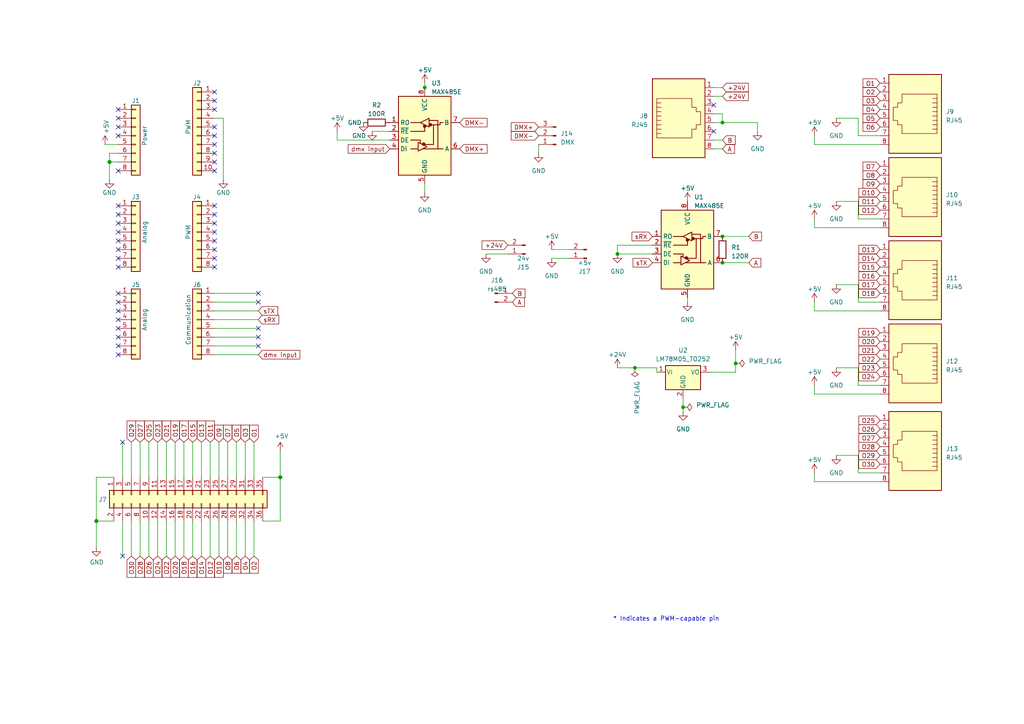
<source format=kicad_sch>
(kicad_sch (version 20230121) (generator eeschema)
  (paper "A4")
  (title_block (title "smartglass controller Arduino Mega shield") (date "mar. 31 mars 2015"))
  (lib_symbols
    (symbol "Connector:Conn_01x02_Pin" (pin_names (offset 1.016) hide)
      (property "Reference" "J" (at 0 2.54 0))
      (property "Value" "Conn_01x02_Pin" (at 0 -5.08 0))
      (symbol "Conn_01x02_Pin_1_1"
        (polyline (pts (xy 1.27 -2.54) (xy 0.8636 -2.54)) (stroke (width 0.1524)))
        (polyline (pts (xy 1.27 0) (xy 0.8636 0)) (stroke (width 0.1524)))
        (rectangle (start 0.8636 -2.413) (end 0 -2.667) (stroke (width 0.1524)) (fill (type outline)))
        (rectangle (start 0.8636 0.127) (end 0 -0.127) (stroke (width 0.1524)) (fill (type outline)))
        (pin passive line (at 5.08 0 180) (length 3.81) (name "Pin_1") (number "1"))
        (pin passive line (at 5.08 -2.54 180) (length 3.81) (name "Pin_2") (number "2"))
      )
    )
    (symbol "Connector:Conn_01x03_Pin" (pin_names (offset 1.016) hide)
      (property "Reference" "J" (at 0 5.08 0))
      (property "Value" "Conn_01x03_Pin" (at 0 -5.08 0))
      (symbol "Conn_01x03_Pin_1_1"
        (polyline (pts (xy 1.27 -2.54) (xy 0.8636 -2.54)) (stroke (width 0.1524)))
        (polyline (pts (xy 1.27 0) (xy 0.8636 0)) (stroke (width 0.1524)))
        (polyline (pts (xy 1.27 2.54) (xy 0.8636 2.54)) (stroke (width 0.1524)))
        (rectangle (start 0.8636 -2.413) (end 0 -2.667) (stroke (width 0.1524)) (fill (type outline)))
        (rectangle (start 0.8636 0.127) (end 0 -0.127) (stroke (width 0.1524)) (fill (type outline)))
        (rectangle (start 0.8636 2.667) (end 0 2.413) (stroke (width 0.1524)) (fill (type outline)))
        (pin passive line (at 5.08 2.54 180) (length 3.81) (name "Pin_1") (number "1"))
        (pin passive line (at 5.08 0 180) (length 3.81) (name "Pin_2") (number "2"))
        (pin passive line (at 5.08 -2.54 180) (length 3.81) (name "Pin_3") (number "3"))
      )
    )
    (symbol "Connector:RJ45" (pin_names (offset 1.016))
      (property "Reference" "J" (at -5.08 13.97 0))
      (property "Value" "RJ45" (at 2.54 13.97 0))
      (symbol "RJ45_0_1"
        (polyline (pts (xy -5.08 4.445) (xy -6.35 4.445)))
        (polyline (pts (xy -5.08 5.715) (xy -6.35 5.715)))
        (polyline (pts (xy -6.35 -3.175) (xy -5.08 -3.175) (xy -5.08 -3.175)))
        (polyline (pts (xy -6.35 -1.905) (xy -5.08 -1.905) (xy -5.08 -1.905)))
        (polyline (pts (xy -6.35 -0.635) (xy -5.08 -0.635) (xy -5.08 -0.635)))
        (polyline (pts (xy -6.35 0.635) (xy -5.08 0.635) (xy -5.08 0.635)))
        (polyline (pts (xy -6.35 1.905) (xy -5.08 1.905) (xy -5.08 1.905)))
        (polyline (pts (xy -5.08 3.175) (xy -6.35 3.175) (xy -6.35 3.175)))
        (polyline (pts (xy -6.35 -4.445) (xy -6.35 6.985) (xy 3.81 6.985) (xy 3.81 4.445) (xy 5.08 4.445) (xy 5.08 3.175) (xy 6.35 3.175) (xy 6.35 -0.635) (xy 5.08 -0.635) (xy 5.08 -1.905) (xy 3.81 -1.905) (xy 3.81 -4.445) (xy -6.35 -4.445) (xy -6.35 -4.445)))
        (rectangle (start 7.62 12.7) (end -7.62 -10.16) (stroke (width 0.254)) (fill (type background)))
      )
      (symbol "RJ45_1_1"
        (pin passive line (at 10.16 -7.62 180) (length 2.54) (name "~") (number "1"))
        (pin passive line (at 10.16 -5.08 180) (length 2.54) (name "~") (number "2"))
        (pin passive line (at 10.16 -2.54 180) (length 2.54) (name "~") (number "3"))
        (pin passive line (at 10.16 0 180) (length 2.54) (name "~") (number "4"))
        (pin passive line (at 10.16 2.54 180) (length 2.54) (name "~") (number "5"))
        (pin passive line (at 10.16 5.08 180) (length 2.54) (name "~") (number "6"))
        (pin passive line (at 10.16 7.62 180) (length 2.54) (name "~") (number "7"))
        (pin passive line (at 10.16 10.16 180) (length 2.54) (name "~") (number "8"))
      )
    )
    (symbol "Connector_Generic:Conn_01x08" (pin_names (offset 1.016) hide)
      (property "Reference" "J" (at 0 10.16 0))
      (property "Value" "Conn_01x08" (at 0 -12.7 0))
      (symbol "Conn_01x08_1_1"
        (rectangle (start -1.27 -10.033) (end 0 -10.287) (stroke (width 0.1524)))
        (rectangle (start -1.27 -7.493) (end 0 -7.747) (stroke (width 0.1524)))
        (rectangle (start -1.27 -4.953) (end 0 -5.207) (stroke (width 0.1524)))
        (rectangle (start -1.27 -2.413) (end 0 -2.667) (stroke (width 0.1524)))
        (rectangle (start -1.27 0.127) (end 0 -0.127) (stroke (width 0.1524)))
        (rectangle (start -1.27 2.667) (end 0 2.413) (stroke (width 0.1524)))
        (rectangle (start -1.27 5.207) (end 0 4.953) (stroke (width 0.1524)))
        (rectangle (start -1.27 7.747) (end 0 7.493) (stroke (width 0.1524)))
        (rectangle (start -1.27 8.89) (end 1.27 -11.43) (stroke (width 0.254)) (fill (type background)))
        (pin passive line (at -5.08 7.62 0) (length 3.81) (name "Pin_1") (number "1"))
        (pin passive line (at -5.08 5.08 0) (length 3.81) (name "Pin_2") (number "2"))
        (pin passive line (at -5.08 2.54 0) (length 3.81) (name "Pin_3") (number "3"))
        (pin passive line (at -5.08 0 0) (length 3.81) (name "Pin_4") (number "4"))
        (pin passive line (at -5.08 -2.54 0) (length 3.81) (name "Pin_5") (number "5"))
        (pin passive line (at -5.08 -5.08 0) (length 3.81) (name "Pin_6") (number "6"))
        (pin passive line (at -5.08 -7.62 0) (length 3.81) (name "Pin_7") (number "7"))
        (pin passive line (at -5.08 -10.16 0) (length 3.81) (name "Pin_8") (number "8"))
      )
    )
    (symbol "Connector_Generic:Conn_01x10" (pin_names (offset 1.016) hide)
      (property "Reference" "J" (at 0 12.7 0))
      (property "Value" "Conn_01x10" (at 0 -15.24 0))
      (symbol "Conn_01x10_1_1"
        (rectangle (start -1.27 -12.573) (end 0 -12.827) (stroke (width 0.1524)))
        (rectangle (start -1.27 -10.033) (end 0 -10.287) (stroke (width 0.1524)))
        (rectangle (start -1.27 -7.493) (end 0 -7.747) (stroke (width 0.1524)))
        (rectangle (start -1.27 -4.953) (end 0 -5.207) (stroke (width 0.1524)))
        (rectangle (start -1.27 -2.413) (end 0 -2.667) (stroke (width 0.1524)))
        (rectangle (start -1.27 0.127) (end 0 -0.127) (stroke (width 0.1524)))
        (rectangle (start -1.27 2.667) (end 0 2.413) (stroke (width 0.1524)))
        (rectangle (start -1.27 5.207) (end 0 4.953) (stroke (width 0.1524)))
        (rectangle (start -1.27 7.747) (end 0 7.493) (stroke (width 0.1524)))
        (rectangle (start -1.27 10.287) (end 0 10.033) (stroke (width 0.1524)))
        (rectangle (start -1.27 11.43) (end 1.27 -13.97) (stroke (width 0.254)) (fill (type background)))
        (pin passive line (at -5.08 10.16 0) (length 3.81) (name "Pin_1") (number "1"))
        (pin passive line (at -5.08 -12.7 0) (length 3.81) (name "Pin_10") (number "10"))
        (pin passive line (at -5.08 7.62 0) (length 3.81) (name "Pin_2") (number "2"))
        (pin passive line (at -5.08 5.08 0) (length 3.81) (name "Pin_3") (number "3"))
        (pin passive line (at -5.08 2.54 0) (length 3.81) (name "Pin_4") (number "4"))
        (pin passive line (at -5.08 0 0) (length 3.81) (name "Pin_5") (number "5"))
        (pin passive line (at -5.08 -2.54 0) (length 3.81) (name "Pin_6") (number "6"))
        (pin passive line (at -5.08 -5.08 0) (length 3.81) (name "Pin_7") (number "7"))
        (pin passive line (at -5.08 -7.62 0) (length 3.81) (name "Pin_8") (number "8"))
        (pin passive line (at -5.08 -10.16 0) (length 3.81) (name "Pin_9") (number "9"))
      )
    )
    (symbol "Connector_Generic:Conn_02x18_Odd_Even" (pin_names (offset 1.016) hide)
      (property "Reference" "J" (at 1.27 22.86 0))
      (property "Value" "Conn_02x18_Odd_Even" (at 1.27 -25.4 0))
      (symbol "Conn_02x18_Odd_Even_1_1"
        (rectangle (start -1.27 -22.733) (end 0 -22.987) (stroke (width 0.1524)))
        (rectangle (start -1.27 -20.193) (end 0 -20.447) (stroke (width 0.1524)))
        (rectangle (start -1.27 -17.653) (end 0 -17.907) (stroke (width 0.1524)))
        (rectangle (start -1.27 -15.113) (end 0 -15.367) (stroke (width 0.1524)))
        (rectangle (start -1.27 -12.573) (end 0 -12.827) (stroke (width 0.1524)))
        (rectangle (start -1.27 -10.033) (end 0 -10.287) (stroke (width 0.1524)))
        (rectangle (start -1.27 -7.493) (end 0 -7.747) (stroke (width 0.1524)))
        (rectangle (start -1.27 -4.953) (end 0 -5.207) (stroke (width 0.1524)))
        (rectangle (start -1.27 -2.413) (end 0 -2.667) (stroke (width 0.1524)))
        (rectangle (start -1.27 0.127) (end 0 -0.127) (stroke (width 0.1524)))
        (rectangle (start -1.27 2.667) (end 0 2.413) (stroke (width 0.1524)))
        (rectangle (start -1.27 5.207) (end 0 4.953) (stroke (width 0.1524)))
        (rectangle (start -1.27 7.747) (end 0 7.493) (stroke (width 0.1524)))
        (rectangle (start -1.27 10.287) (end 0 10.033) (stroke (width 0.1524)))
        (rectangle (start -1.27 12.827) (end 0 12.573) (stroke (width 0.1524)))
        (rectangle (start -1.27 15.367) (end 0 15.113) (stroke (width 0.1524)))
        (rectangle (start -1.27 17.907) (end 0 17.653) (stroke (width 0.1524)))
        (rectangle (start -1.27 20.447) (end 0 20.193) (stroke (width 0.1524)))
        (rectangle (start -1.27 21.59) (end 3.81 -24.13) (stroke (width 0.254)) (fill (type background)))
        (rectangle (start 3.81 -22.733) (end 2.54 -22.987) (stroke (width 0.1524)))
        (rectangle (start 3.81 -20.193) (end 2.54 -20.447) (stroke (width 0.1524)))
        (rectangle (start 3.81 -17.653) (end 2.54 -17.907) (stroke (width 0.1524)))
        (rectangle (start 3.81 -15.113) (end 2.54 -15.367) (stroke (width 0.1524)))
        (rectangle (start 3.81 -12.573) (end 2.54 -12.827) (stroke (width 0.1524)))
        (rectangle (start 3.81 -10.033) (end 2.54 -10.287) (stroke (width 0.1524)))
        (rectangle (start 3.81 -7.493) (end 2.54 -7.747) (stroke (width 0.1524)))
        (rectangle (start 3.81 -4.953) (end 2.54 -5.207) (stroke (width 0.1524)))
        (rectangle (start 3.81 -2.413) (end 2.54 -2.667) (stroke (width 0.1524)))
        (rectangle (start 3.81 0.127) (end 2.54 -0.127) (stroke (width 0.1524)))
        (rectangle (start 3.81 2.667) (end 2.54 2.413) (stroke (width 0.1524)))
        (rectangle (start 3.81 5.207) (end 2.54 4.953) (stroke (width 0.1524)))
        (rectangle (start 3.81 7.747) (end 2.54 7.493) (stroke (width 0.1524)))
        (rectangle (start 3.81 10.287) (end 2.54 10.033) (stroke (width 0.1524)))
        (rectangle (start 3.81 12.827) (end 2.54 12.573) (stroke (width 0.1524)))
        (rectangle (start 3.81 15.367) (end 2.54 15.113) (stroke (width 0.1524)))
        (rectangle (start 3.81 17.907) (end 2.54 17.653) (stroke (width 0.1524)))
        (rectangle (start 3.81 20.447) (end 2.54 20.193) (stroke (width 0.1524)))
        (pin passive line (at -5.08 20.32 0) (length 3.81) (name "Pin_1") (number "1"))
        (pin passive line (at 7.62 10.16 180) (length 3.81) (name "Pin_10") (number "10"))
        (pin passive line (at -5.08 7.62 0) (length 3.81) (name "Pin_11") (number "11"))
        (pin passive line (at 7.62 7.62 180) (length 3.81) (name "Pin_12") (number "12"))
        (pin passive line (at -5.08 5.08 0) (length 3.81) (name "Pin_13") (number "13"))
        (pin passive line (at 7.62 5.08 180) (length 3.81) (name "Pin_14") (number "14"))
        (pin passive line (at -5.08 2.54 0) (length 3.81) (name "Pin_15") (number "15"))
        (pin passive line (at 7.62 2.54 180) (length 3.81) (name "Pin_16") (number "16"))
        (pin passive line (at -5.08 0 0) (length 3.81) (name "Pin_17") (number "17"))
        (pin passive line (at 7.62 0 180) (length 3.81) (name "Pin_18") (number "18"))
        (pin passive line (at -5.08 -2.54 0) (length 3.81) (name "Pin_19") (number "19"))
        (pin passive line (at 7.62 20.32 180) (length 3.81) (name "Pin_2") (number "2"))
        (pin passive line (at 7.62 -2.54 180) (length 3.81) (name "Pin_20") (number "20"))
        (pin passive line (at -5.08 -5.08 0) (length 3.81) (name "Pin_21") (number "21"))
        (pin passive line (at 7.62 -5.08 180) (length 3.81) (name "Pin_22") (number "22"))
        (pin passive line (at -5.08 -7.62 0) (length 3.81) (name "Pin_23") (number "23"))
        (pin passive line (at 7.62 -7.62 180) (length 3.81) (name "Pin_24") (number "24"))
        (pin passive line (at -5.08 -10.16 0) (length 3.81) (name "Pin_25") (number "25"))
        (pin passive line (at 7.62 -10.16 180) (length 3.81) (name "Pin_26") (number "26"))
        (pin passive line (at -5.08 -12.7 0) (length 3.81) (name "Pin_27") (number "27"))
        (pin passive line (at 7.62 -12.7 180) (length 3.81) (name "Pin_28") (number "28"))
        (pin passive line (at -5.08 -15.24 0) (length 3.81) (name "Pin_29") (number "29"))
        (pin passive line (at -5.08 17.78 0) (length 3.81) (name "Pin_3") (number "3"))
        (pin passive line (at 7.62 -15.24 180) (length 3.81) (name "Pin_30") (number "30"))
        (pin passive line (at -5.08 -17.78 0) (length 3.81) (name "Pin_31") (number "31"))
        (pin passive line (at 7.62 -17.78 180) (length 3.81) (name "Pin_32") (number "32"))
        (pin passive line (at -5.08 -20.32 0) (length 3.81) (name "Pin_33") (number "33"))
        (pin passive line (at 7.62 -20.32 180) (length 3.81) (name "Pin_34") (number "34"))
        (pin passive line (at -5.08 -22.86 0) (length 3.81) (name "Pin_35") (number "35"))
        (pin passive line (at 7.62 -22.86 180) (length 3.81) (name "Pin_36") (number "36"))
        (pin passive line (at 7.62 17.78 180) (length 3.81) (name "Pin_4") (number "4"))
        (pin passive line (at -5.08 15.24 0) (length 3.81) (name "Pin_5") (number "5"))
        (pin passive line (at 7.62 15.24 180) (length 3.81) (name "Pin_6") (number "6"))
        (pin passive line (at -5.08 12.7 0) (length 3.81) (name "Pin_7") (number "7"))
        (pin passive line (at 7.62 12.7 180) (length 3.81) (name "Pin_8") (number "8"))
        (pin passive line (at -5.08 10.16 0) (length 3.81) (name "Pin_9") (number "9"))
      )
    )
    (symbol "Device:R" (pin_numbers hide) (pin_names (offset 0))
      (property "Reference" "R" (at 2.032 0 90))
      (property "Value" "R" (at 0 0 90))
      (symbol "R_0_1"
        (rectangle (start -1.016 -2.54) (end 1.016 2.54) (stroke (width 0.254)))
      )
      (symbol "R_1_1"
        (pin passive line (at 0 3.81 270) (length 1.27) (name "~") (number "1"))
        (pin passive line (at 0 -3.81 90) (length 1.27) (name "~") (number "2"))
      )
    )
    (symbol "Interface_UART:MAX485E"
      (property "Reference" "U" (at -6.096 11.43 0))
      (property "Value" "MAX485E" (at 0.762 11.43 0))
      (symbol "MAX485E_0_1"
        (rectangle (start -7.62 10.16) (end 7.62 -12.7) (stroke (width 0.254)) (fill (type background)))
        (circle (center -0.3048 -3.683) (radius 0.3556) (stroke (width 0.254)) (fill (type outline)))
        (circle (center -0.0254 1.4986) (radius 0.3556) (stroke (width 0.254)) (fill (type outline)))
        (polyline (pts (xy -4.064 -5.08) (xy -1.905 -5.08)) (stroke (width 0.254)))
        (polyline (pts (xy -4.064 2.54) (xy -1.27 2.54)) (stroke (width 0.254)))
        (polyline (pts (xy -1.27 -3.2004) (xy -1.27 -3.4544)) (stroke (width 0.254)))
        (polyline (pts (xy -0.635 -5.08) (xy 5.334 -5.08)) (stroke (width 0.254)))
        (polyline (pts (xy -4.064 -2.54) (xy -1.27 -2.54) (xy -1.27 -3.175)) (stroke (width 0.254)))
        (polyline (pts (xy 0 1.27) (xy 0 0) (xy -4.064 0)) (stroke (width 0.254)))
        (polyline (pts (xy 1.27 3.175) (xy 3.81 3.175) (xy 3.81 -5.08)) (stroke (width 0.254)))
        (polyline (pts (xy 2.54 1.905) (xy 2.54 -3.81) (xy 0 -3.81)) (stroke (width 0.254)))
        (polyline (pts (xy -1.905 -3.175) (xy -1.905 -5.715) (xy 0.635 -4.445) (xy -1.905 -3.175)) (stroke (width 0.254)))
        (polyline (pts (xy -1.27 2.54) (xy 1.27 3.81) (xy 1.27 1.27) (xy -1.27 2.54)) (stroke (width 0.254)))
        (polyline (pts (xy 1.905 1.905) (xy 4.445 1.905) (xy 4.445 2.54) (xy 5.334 2.54)) (stroke (width 0.254)))
        (rectangle (start 1.27 3.175) (end 1.27 3.175))
        (circle (center 1.651 1.905) (radius 0.3556) (stroke (width 0.254)) (fill (type outline)))
      )
      (symbol "MAX485E_1_1"
        (pin output line (at -10.16 2.54 0) (length 2.54) (name "RO") (number "1"))
        (pin input line (at -10.16 0 0) (length 2.54) (name "~{RE}") (number "2"))
        (pin input line (at -10.16 -2.54 0) (length 2.54) (name "DE") (number "3"))
        (pin input line (at -10.16 -5.08 0) (length 2.54) (name "DI") (number "4"))
        (pin power_in line (at 0 -15.24 90) (length 2.54) (name "GND") (number "5"))
        (pin bidirectional line (at 10.16 -5.08 180) (length 2.54) (name "A") (number "6"))
        (pin bidirectional line (at 10.16 2.54 180) (length 2.54) (name "B") (number "7"))
        (pin power_in line (at 0 12.7 270) (length 2.54) (name "VCC") (number "8"))
      )
    )
    (symbol "Regulator_Linear:LM78M05_TO252" (pin_names (offset 0.254))
      (property "Reference" "U" (at -3.81 3.175 0))
      (property "Value" "LM78M05_TO252" (at 0 3.175 0))
      (symbol "LM78M05_TO252_0_1"
        (rectangle (start -5.08 1.905) (end 5.08 -5.08) (stroke (width 0.254)) (fill (type background)))
      )
      (symbol "LM78M05_TO252_1_1"
        (pin power_in line (at -7.62 0 0) (length 2.54) (name "VI") (number "1"))
        (pin power_in line (at 0 -7.62 90) (length 2.54) (name "GND") (number "2"))
        (pin power_out line (at 7.62 0 180) (length 2.54) (name "VO") (number "3"))
      )
    )
    (symbol "power:+24V" (power) (pin_names (offset 0))
      (property "Value" "+24V" (at 0 3.556 0))
      (symbol "+24V_0_1"
        (polyline (pts (xy -0.762 1.27) (xy 0 2.54)))
        (polyline (pts (xy 0 0) (xy 0 2.54)))
        (polyline (pts (xy 0 2.54) (xy 0.762 1.27)))
      )
      (symbol "+24V_1_1"
        (pin power_in line (at 0 0 90) (length 0) hide (name "+24V") (number "1"))
      )
    )
    (symbol "power:+5V" (power) (pin_names (offset 0))
      (property "Value" "+5V" (at 0 3.556 0))
      (symbol "+5V_0_1"
        (polyline (pts (xy -0.762 1.27) (xy 0 2.54)))
        (polyline (pts (xy 0 0) (xy 0 2.54)))
        (polyline (pts (xy 0 2.54) (xy 0.762 1.27)))
      )
      (symbol "+5V_1_1"
        (pin power_in line (at 0 0 90) (length 0) hide (name "+5V") (number "1"))
      )
    )
    (symbol "power:GND" (power) (pin_names (offset 0))
      (property "Value" "GND" (at 0 -3.81 0))
      (symbol "GND_0_1"
        (polyline (pts (xy 0 0) (xy 0 -1.27) (xy 1.27 -1.27) (xy 0 -2.54) (xy -1.27 -1.27) (xy 0 -1.27)))
      )
      (symbol "GND_1_1"
        (pin power_in line (at 0 0 270) (length 0) hide (name "GND") (number "1"))
      )
    )
    (symbol "power:PWR_FLAG" (power) (pin_numbers hide) (pin_names (offset 0) hide)
      (property "Value" "PWR_FLAG" (at 0 3.81 0))
      (symbol "PWR_FLAG_0_0"
        (pin power_out line (at 0 0 90) (length 0) (name "pwr") (number "1"))
      )
      (symbol "PWR_FLAG_0_1"
        (polyline (pts (xy 0 0) (xy 0 1.27) (xy -1.016 1.905) (xy 0 2.54) (xy 1.016 1.905) (xy 0 1.27)))
      )
    )
  )
  (junction (at 209.55 76.2))
  (junction (at 27.94 151.13) (diameter 1.016))
  (junction (at 209.55 35.56))
  (junction (at 184.15 106.68))
  (junction (at 31.75 46.99) (diameter 1.016))
  (junction (at 179.07 73.66))
  (junction (at 209.55 68.58))
  (junction (at 213.36 105.41))
  (junction (at 198.12 118.11))
  (junction (at 123.19 25.4))
  (junction (at 81.28 138.43) (diameter 1.016))
  (no_connect (at 34.29 59.69))
  (no_connect (at 62.23 69.85))
  (no_connect (at 62.23 64.77))
  (no_connect (at 62.23 41.91))
  (no_connect (at 34.29 62.23))
  (no_connect (at 74.93 100.33))
  (no_connect (at 34.29 69.85))
  (no_connect (at 34.29 102.87))
  (no_connect (at 62.23 59.69))
  (no_connect (at 34.29 67.31))
  (no_connect (at 74.93 97.79))
  (no_connect (at 62.23 31.75))
  (no_connect (at 207.01 30.48))
  (no_connect (at 34.29 34.29))
  (no_connect (at 35.56 161.29))
  (no_connect (at 62.23 36.83))
  (no_connect (at 62.23 46.99))
  (no_connect (at 34.29 97.79))
  (no_connect (at 34.29 36.83))
  (no_connect (at 62.23 67.31))
  (no_connect (at 62.23 77.47))
  (no_connect (at 35.56 128.27))
  (no_connect (at 74.93 87.63))
  (no_connect (at 74.93 85.09))
  (no_connect (at 74.93 95.25))
  (no_connect (at 34.29 77.47))
  (no_connect (at 34.29 95.25))
  (no_connect (at 34.29 85.09))
  (no_connect (at 34.29 92.71))
  (no_connect (at 62.23 39.37))
  (no_connect (at 62.23 44.45))
  (no_connect (at 34.29 72.39))
  (no_connect (at 34.29 39.37))
  (no_connect (at 62.23 62.23))
  (no_connect (at 34.29 90.17))
  (no_connect (at 62.23 26.67))
  (no_connect (at 34.29 64.77))
  (no_connect (at 62.23 74.93))
  (no_connect (at 34.29 31.75))
  (no_connect (at 34.29 87.63))
  (no_connect (at 62.23 49.53))
  (no_connect (at 34.29 49.53))
  (no_connect (at 34.29 100.33))
  (no_connect (at 207.01 38.1))
  (no_connect (at 62.23 29.21))
  (no_connect (at 34.29 74.93))
  (no_connect (at 62.23 72.39))
  (wire (pts (xy 97.79 38.1) (xy 97.79 40.64)))
  (wire (pts (xy 248.92 111.76) (xy 255.27 111.76)))
  (wire (pts (xy 242.57 34.29) (xy 248.92 34.29)))
  (wire (pts (xy 50.8 128.27) (xy 50.8 138.43)))
  (wire (pts (xy 53.34 128.27) (xy 53.34 138.43)))
  (wire (pts (xy 248.92 82.55) (xy 248.92 87.63)))
  (wire (pts (xy 179.07 73.66) (xy 179.07 71.12)))
  (wire (pts (xy 81.28 138.43) (xy 81.28 151.13)))
  (wire (pts (xy 179.07 71.12) (xy 189.23 71.12)))
  (wire (pts (xy 33.02 138.43) (xy 27.94 138.43)))
  (wire (pts (xy 62.23 90.17) (xy 74.93 90.17)))
  (wire (pts (xy 31.75 44.45) (xy 31.75 46.99)))
  (wire (pts (xy 55.88 151.13) (xy 55.88 161.29)))
  (wire (pts (xy 236.22 114.3) (xy 255.27 114.3)))
  (wire (pts (xy 60.96 128.27) (xy 60.96 138.43)))
  (wire (pts (xy 179.07 106.68) (xy 184.15 106.68)))
  (wire (pts (xy 38.1 128.27) (xy 38.1 138.43)))
  (wire (pts (xy 73.66 128.27) (xy 73.66 138.43)))
  (wire (pts (xy 248.92 58.42) (xy 248.92 63.5)))
  (wire (pts (xy 31.75 46.99) (xy 31.75 52.07)))
  (wire (pts (xy 68.58 151.13) (xy 68.58 161.29)))
  (wire (pts (xy 236.22 63.5) (xy 236.22 66.04)))
  (wire (pts (xy 48.26 128.27) (xy 48.26 138.43)))
  (wire (pts (xy 184.15 106.68) (xy 190.5 106.68)))
  (wire (pts (xy 207.01 27.94) (xy 209.55 27.94)) (stroke (width 0.1524)))
  (wire (pts (xy 58.42 151.13) (xy 58.42 161.29)))
  (wire (pts (xy 213.36 107.95) (xy 205.74 107.95)))
  (wire (pts (xy 43.18 151.13) (xy 43.18 161.29)))
  (wire (pts (xy 66.04 151.13) (xy 66.04 161.29)))
  (wire (pts (xy 242.57 132.08) (xy 248.92 132.08)))
  (wire (pts (xy 189.23 73.66) (xy 179.07 73.66)))
  (wire (pts (xy 123.19 53.34) (xy 123.19 55.88)))
  (wire (pts (xy 236.22 39.37) (xy 236.22 41.91)))
  (wire (pts (xy 213.36 101.6) (xy 213.36 105.41)))
  (wire (pts (xy 236.22 87.63) (xy 236.22 90.17)))
  (wire (pts (xy 236.22 41.91) (xy 255.27 41.91)))
  (wire (pts (xy 248.92 132.08) (xy 248.92 137.16)))
  (wire (pts (xy 30.48 41.91) (xy 34.29 41.91)))
  (wire (pts (xy 62.23 97.79) (xy 74.93 97.79)))
  (wire (pts (xy 207.01 35.56) (xy 209.55 35.56)) (stroke (width 0.1524)))
  (wire (pts (xy 58.42 128.27) (xy 58.42 138.43)))
  (wire (pts (xy 242.57 58.42) (xy 248.92 58.42)))
  (wire (pts (xy 209.55 68.58) (xy 217.17 68.58)))
  (wire (pts (xy 27.94 138.43) (xy 27.94 151.13)))
  (wire (pts (xy 248.92 34.29) (xy 248.92 39.37)))
  (wire (pts (xy 43.18 128.27) (xy 43.18 138.43)))
  (wire (pts (xy 33.02 151.13) (xy 27.94 151.13)))
  (wire (pts (xy 66.04 128.27) (xy 66.04 138.43)))
  (wire (pts (xy 219.71 35.56) (xy 219.71 38.1)) (stroke (width 0.1524)))
  (wire (pts (xy 63.5 128.27) (xy 63.5 138.43)))
  (wire (pts (xy 45.72 151.13) (xy 45.72 161.29)))
  (wire (pts (xy 63.5 151.13) (xy 63.5 161.29)))
  (wire (pts (xy 40.64 151.13) (xy 40.64 161.29)))
  (wire (pts (xy 71.12 128.27) (xy 71.12 138.43)))
  (wire (pts (xy 213.36 105.41) (xy 213.36 107.95)))
  (wire (pts (xy 242.57 106.68) (xy 248.92 106.68)))
  (wire (pts (xy 236.22 137.16) (xy 236.22 139.7)))
  (wire (pts (xy 50.8 151.13) (xy 50.8 161.29)))
  (wire (pts (xy 45.72 128.27) (xy 45.72 138.43)))
  (wire (pts (xy 242.57 82.55) (xy 248.92 82.55)))
  (wire (pts (xy 248.92 87.63) (xy 255.27 87.63)))
  (wire (pts (xy 107.95 38.1) (xy 113.03 38.1)))
  (wire (pts (xy 62.23 87.63) (xy 74.93 87.63)))
  (wire (pts (xy 81.28 130.81) (xy 81.28 138.43)))
  (wire (pts (xy 236.22 111.76) (xy 236.22 114.3)))
  (wire (pts (xy 207.01 40.64) (xy 209.55 40.64)) (stroke (width 0.1524)))
  (wire (pts (xy 64.77 34.29) (xy 64.77 52.07)))
  (wire (pts (xy 62.23 102.87) (xy 74.93 102.87)))
  (wire (pts (xy 236.22 139.7) (xy 255.27 139.7)))
  (wire (pts (xy 207.01 25.4) (xy 209.55 25.4)) (stroke (width 0.1524)))
  (wire (pts (xy 123.19 25.4) (xy 123.19 26.67)))
  (wire (pts (xy 76.2 138.43) (xy 81.28 138.43)))
  (wire (pts (xy 62.23 95.25) (xy 74.93 95.25)))
  (wire (pts (xy 190.5 106.68) (xy 190.5 107.95)))
  (wire (pts (xy 62.23 85.09) (xy 74.93 85.09)))
  (wire (pts (xy 34.29 46.99) (xy 31.75 46.99)))
  (wire (pts (xy 209.55 33.02) (xy 209.55 35.56)) (stroke (width 0.1524)))
  (wire (pts (xy 156.21 41.91) (xy 156.21 44.45)))
  (wire (pts (xy 199.39 86.36) (xy 199.39 87.63)))
  (wire (pts (xy 35.56 128.27) (xy 35.56 138.43)))
  (wire (pts (xy 165.1 72.39) (xy 160.02 72.39)))
  (wire (pts (xy 236.22 90.17) (xy 255.27 90.17)))
  (wire (pts (xy 38.1 151.13) (xy 38.1 161.29)))
  (wire (pts (xy 68.58 128.27) (xy 68.58 138.43)))
  (wire (pts (xy 60.96 151.13) (xy 60.96 161.29)))
  (wire (pts (xy 198.12 118.11) (xy 198.12 119.38)))
  (wire (pts (xy 35.56 151.13) (xy 35.56 161.29)))
  (wire (pts (xy 62.23 92.71) (xy 74.93 92.71)))
  (wire (pts (xy 62.23 34.29) (xy 64.77 34.29)))
  (wire (pts (xy 123.19 24.13) (xy 123.19 25.4)))
  (wire (pts (xy 53.34 151.13) (xy 53.34 161.29)))
  (wire (pts (xy 34.29 44.45) (xy 31.75 44.45)))
  (wire (pts (xy 236.22 66.04) (xy 255.27 66.04)))
  (wire (pts (xy 248.92 106.68) (xy 248.92 111.76)))
  (wire (pts (xy 248.92 39.37) (xy 255.27 39.37)))
  (wire (pts (xy 55.88 128.27) (xy 55.88 138.43)))
  (wire (pts (xy 207.01 43.18) (xy 209.55 43.18)) (stroke (width 0.1524)))
  (wire (pts (xy 97.79 40.64) (xy 113.03 40.64)))
  (wire (pts (xy 147.32 73.66) (xy 140.97 73.66)))
  (wire (pts (xy 165.1 74.93) (xy 160.02 74.93)))
  (wire (pts (xy 40.64 128.27) (xy 40.64 138.43)))
  (wire (pts (xy 62.23 100.33) (xy 74.93 100.33)))
  (wire (pts (xy 81.28 151.13) (xy 76.2 151.13)))
  (wire (pts (xy 209.55 76.2) (xy 217.17 76.2)))
  (wire (pts (xy 198.12 115.57) (xy 198.12 118.11)))
  (wire (pts (xy 73.66 151.13) (xy 73.66 161.29)))
  (wire (pts (xy 71.12 151.13) (xy 71.12 161.29)))
  (wire (pts (xy 48.26 151.13) (xy 48.26 161.29)))
  (wire (pts (xy 209.55 35.56) (xy 219.71 35.56)) (stroke (width 0.1524)))
  (wire (pts (xy 248.92 137.16) (xy 255.27 137.16)))
  (wire (pts (xy 248.92 63.5) (xy 255.27 63.5)))
  (wire (pts (xy 207.01 33.02) (xy 209.55 33.02)) (stroke (width 0.1524)))
  (wire (pts (xy 27.94 151.13) (xy 27.94 158.75)))
  (text "* Indicates a PWM-capable pin" (at 177.8 180.34 0) (effects (font (size 1.27 1.27)) (justify left bottom)))
  (global_label "+24V" (shape input) (at 209.55 25.4 0) (property "Intersheetrefs" "${INTERSHEET_REFS}" (effects hide)))
  (global_label "O16" (shape input) (at 255.27 80.01 180) (property "Intersheetrefs" "${INTERSHEET_REFS}" (effects hide)))
  (global_label "O23" (shape input) (at 255.27 106.68 180) (property "Intersheetrefs" "${INTERSHEET_REFS}" (effects hide)))
  (global_label "B" (shape input) (at 148.59 85.09 0) (property "Intersheetrefs" "${INTERSHEET_REFS}" (effects hide)))
  (global_label "O20" (shape input) (at 50.8 161.29 270) (property "Intersheetrefs" "${INTERSHEET_REFS}" (effects hide)))
  (global_label "O6" (shape input) (at 255.27 36.83 180) (property "Intersheetrefs" "${INTERSHEET_REFS}" (effects hide)))
  (global_label "O28" (shape input) (at 255.27 129.54 180) (property "Intersheetrefs" "${INTERSHEET_REFS}" (effects hide)))
  (global_label "O30" (shape input) (at 38.1 161.29 270) (property "Intersheetrefs" "${INTERSHEET_REFS}" (effects hide)))
  (global_label "+24V" (shape input) (at 147.32 71.12 180) (property "Intersheetrefs" "${INTERSHEET_REFS}" (effects hide)))
  (global_label "sTX" (shape input) (at 74.93 90.17 0) (property "Intersheetrefs" "${INTERSHEET_REFS}" (effects hide)))
  (global_label "O30" (shape input) (at 255.27 134.62 180) (property "Intersheetrefs" "${INTERSHEET_REFS}" (effects hide)))
  (global_label "dmx input" (shape input) (at 113.03 43.18 180) (property "Intersheetrefs" "${INTERSHEET_REFS}" (effects hide)))
  (global_label "O28" (shape input) (at 40.64 161.29 270) (property "Intersheetrefs" "${INTERSHEET_REFS}" (effects hide)))
  (global_label "O6" (shape input) (at 68.58 161.29 270) (property "Intersheetrefs" "${INTERSHEET_REFS}" (effects hide)))
  (global_label "O16" (shape input) (at 55.88 161.29 270) (property "Intersheetrefs" "${INTERSHEET_REFS}" (effects hide)))
  (global_label "O3" (shape input) (at 71.12 128.27 90) (property "Intersheetrefs" "${INTERSHEET_REFS}" (effects hide)))
  (global_label "O14" (shape input) (at 255.27 74.93 180) (property "Intersheetrefs" "${INTERSHEET_REFS}" (effects hide)))
  (global_label "O23" (shape input) (at 45.72 128.27 90) (property "Intersheetrefs" "${INTERSHEET_REFS}" (effects hide)))
  (global_label "O25" (shape input) (at 43.18 128.27 90) (property "Intersheetrefs" "${INTERSHEET_REFS}" (effects hide)))
  (global_label "O24" (shape input) (at 45.72 161.29 270) (property "Intersheetrefs" "${INTERSHEET_REFS}" (effects hide)))
  (global_label "O8" (shape input) (at 255.27 50.8 180) (property "Intersheetrefs" "${INTERSHEET_REFS}" (effects hide)))
  (global_label "DMX-" (shape input) (at 156.21 39.37 180) (property "Intersheetrefs" "${INTERSHEET_REFS}" (effects hide)))
  (global_label "O26" (shape input) (at 43.18 161.29 270) (property "Intersheetrefs" "${INTERSHEET_REFS}" (effects hide)))
  (global_label "O1" (shape input) (at 73.66 128.27 90) (property "Intersheetrefs" "${INTERSHEET_REFS}" (effects hide)))
  (global_label "O10" (shape input) (at 255.27 55.88 180) (property "Intersheetrefs" "${INTERSHEET_REFS}" (effects hide)))
  (global_label "O4" (shape input) (at 71.12 161.29 270) (property "Intersheetrefs" "${INTERSHEET_REFS}" (effects hide)))
  (global_label "+24V" (shape input) (at 209.55 27.94 0) (property "Intersheetrefs" "${INTERSHEET_REFS}" (effects hide)))
  (global_label "O2" (shape input) (at 255.27 26.67 180) (property "Intersheetrefs" "${INTERSHEET_REFS}" (effects hide)))
  (global_label "sRX" (shape input) (at 189.23 68.58 180) (property "Intersheetrefs" "${INTERSHEET_REFS}" (effects hide)))
  (global_label "B" (shape input) (at 209.55 40.64 0) (property "Intersheetrefs" "${INTERSHEET_REFS}" (effects hide)))
  (global_label "O1" (shape input) (at 255.27 24.13 180) (property "Intersheetrefs" "${INTERSHEET_REFS}" (effects hide)))
  (global_label "O15" (shape input) (at 255.27 77.47 180) (property "Intersheetrefs" "${INTERSHEET_REFS}" (effects hide)))
  (global_label "O20" (shape input) (at 255.27 99.06 180) (property "Intersheetrefs" "${INTERSHEET_REFS}" (effects hide)))
  (global_label "O3" (shape input) (at 255.27 29.21 180) (property "Intersheetrefs" "${INTERSHEET_REFS}" (effects hide)))
  (global_label "sTX" (shape input) (at 189.23 76.2 180) (property "Intersheetrefs" "${INTERSHEET_REFS}" (effects hide)))
  (global_label "O2" (shape input) (at 73.66 161.29 270) (property "Intersheetrefs" "${INTERSHEET_REFS}" (effects hide)))
  (global_label "O7" (shape input) (at 255.27 48.26 180) (property "Intersheetrefs" "${INTERSHEET_REFS}" (effects hide)))
  (global_label "O17" (shape input) (at 53.34 128.27 90) (property "Intersheetrefs" "${INTERSHEET_REFS}" (effects hide)))
  (global_label "O12" (shape input) (at 255.27 60.96 180) (property "Intersheetrefs" "${INTERSHEET_REFS}" (effects hide)))
  (global_label "DMX+" (shape input) (at 133.35 43.18 0) (property "Intersheetrefs" "${INTERSHEET_REFS}" (effects hide)))
  (global_label "A" (shape input) (at 217.17 76.2 0) (property "Intersheetrefs" "${INTERSHEET_REFS}" (effects hide)))
  (global_label "O27" (shape input) (at 255.27 127 180) (property "Intersheetrefs" "${INTERSHEET_REFS}" (effects hide)))
  (global_label "DMX+" (shape input) (at 156.21 36.83 180) (property "Intersheetrefs" "${INTERSHEET_REFS}" (effects hide)))
  (global_label "O8" (shape input) (at 66.04 161.29 270) (property "Intersheetrefs" "${INTERSHEET_REFS}" (effects hide)))
  (global_label "O24" (shape input) (at 255.27 109.22 180) (property "Intersheetrefs" "${INTERSHEET_REFS}" (effects hide)))
  (global_label "O10" (shape input) (at 63.5 161.29 270) (property "Intersheetrefs" "${INTERSHEET_REFS}" (effects hide)))
  (global_label "O18" (shape input) (at 53.34 161.29 270) (property "Intersheetrefs" "${INTERSHEET_REFS}" (effects hide)))
  (global_label "A" (shape input) (at 209.55 43.18 0) (property "Intersheetrefs" "${INTERSHEET_REFS}" (effects hide)))
  (global_label "B" (shape input) (at 217.17 68.58 0) (property "Intersheetrefs" "${INTERSHEET_REFS}" (effects hide)))
  (global_label "O22" (shape input) (at 255.27 104.14 180) (property "Intersheetrefs" "${INTERSHEET_REFS}" (effects hide)))
  (global_label "O9" (shape input) (at 255.27 53.34 180) (property "Intersheetrefs" "${INTERSHEET_REFS}" (effects hide)))
  (global_label "O27" (shape input) (at 40.64 128.27 90) (property "Intersheetrefs" "${INTERSHEET_REFS}" (effects hide)))
  (global_label "O25" (shape input) (at 255.27 121.92 180) (property "Intersheetrefs" "${INTERSHEET_REFS}" (effects hide)))
  (global_label "O9" (shape input) (at 63.5 128.27 90) (property "Intersheetrefs" "${INTERSHEET_REFS}" (effects hide)))
  (global_label "O13" (shape input) (at 255.27 72.39 180) (property "Intersheetrefs" "${INTERSHEET_REFS}" (effects hide)))
  (global_label "O19" (shape input) (at 50.8 128.27 90) (property "Intersheetrefs" "${INTERSHEET_REFS}" (effects hide)))
  (global_label "O11" (shape input) (at 255.27 58.42 180) (property "Intersheetrefs" "${INTERSHEET_REFS}" (effects hide)))
  (global_label "O19" (shape input) (at 255.27 96.52 180) (property "Intersheetrefs" "${INTERSHEET_REFS}" (effects hide)))
  (global_label "O15" (shape input) (at 55.88 128.27 90) (property "Intersheetrefs" "${INTERSHEET_REFS}" (effects hide)))
  (global_label "dmx input" (shape input) (at 74.93 102.87 0) (property "Intersheetrefs" "${INTERSHEET_REFS}" (effects hide)))
  (global_label "O22" (shape input) (at 48.26 161.29 270) (property "Intersheetrefs" "${INTERSHEET_REFS}" (effects hide)))
  (global_label "O4" (shape input) (at 255.27 31.75 180) (property "Intersheetrefs" "${INTERSHEET_REFS}" (effects hide)))
  (global_label "O17" (shape input) (at 255.27 82.55 180) (property "Intersheetrefs" "${INTERSHEET_REFS}" (effects hide)))
  (global_label "O5" (shape input) (at 68.58 128.27 90) (property "Intersheetrefs" "${INTERSHEET_REFS}" (effects hide)))
  (global_label "O13" (shape input) (at 58.42 128.27 90) (property "Intersheetrefs" "${INTERSHEET_REFS}" (effects hide)))
  (global_label "O11" (shape input) (at 60.96 128.27 90) (property "Intersheetrefs" "${INTERSHEET_REFS}" (effects hide)))
  (global_label "O7" (shape input) (at 66.04 128.27 90) (property "Intersheetrefs" "${INTERSHEET_REFS}" (effects hide)))
  (global_label "DMX-" (shape input) (at 133.35 35.56 0) (property "Intersheetrefs" "${INTERSHEET_REFS}" (effects hide)))
  (global_label "O29" (shape input) (at 38.1 128.27 90) (property "Intersheetrefs" "${INTERSHEET_REFS}" (effects hide)))
  (global_label "O14" (shape input) (at 58.42 161.29 270) (property "Intersheetrefs" "${INTERSHEET_REFS}" (effects hide)))
  (global_label "O5" (shape input) (at 255.27 34.29 180) (property "Intersheetrefs" "${INTERSHEET_REFS}" (effects hide)))
  (global_label "sRX" (shape input) (at 74.93 92.71 0) (property "Intersheetrefs" "${INTERSHEET_REFS}" (effects hide)))
  (global_label "O12" (shape input) (at 60.96 161.29 270) (property "Intersheetrefs" "${INTERSHEET_REFS}" (effects hide)))
  (global_label "O21" (shape input) (at 48.26 128.27 90) (property "Intersheetrefs" "${INTERSHEET_REFS}" (effects hide)))
  (global_label "O29" (shape input) (at 255.27 132.08 180) (property "Intersheetrefs" "${INTERSHEET_REFS}" (effects hide)))
  (global_label "A" (shape input) (at 148.59 87.63 0) (property "Intersheetrefs" "${INTERSHEET_REFS}" (effects hide)))
  (global_label "O21" (shape input) (at 255.27 101.6 180) (property "Intersheetrefs" "${INTERSHEET_REFS}" (effects hide)))
  (global_label "O18" (shape input) (at 255.27 85.09 180) (property "Intersheetrefs" "${INTERSHEET_REFS}" (effects hide)))
  (global_label "O26" (shape input) (at 255.27 124.46 180) (property "Intersheetrefs" "${INTERSHEET_REFS}" (effects hide)))
  (symbol (lib_id "Connector_Generic:Conn_01x08") (at 39.37 39.37 0) (unit 1)
    (property "Reference" "J1" (at 39.37 29.21 0))
    (property "Value" "Power" (at 41.91 39.37 90))
    (property "Footprint" "Connector_PinSocket_2.54mm:PinSocket_1x08_P2.54mm_Vertical" (effects hide))
  )
  (symbol (lib_id "power:+5V") (at 30.48 41.91 0) (unit 1)
    (property "Reference" "#PWR02" (effects hide))
    (property "Value" "+5V" (at 30.8356 38.862 90) (effects (justify left)))
  )
  (symbol (lib_id "power:GND") (at 31.75 52.07 0) (unit 1)
    (property "Reference" "#PWR04" (effects hide))
    (property "Value" "GND" (at 31.75 55.88 0))
  )
  (symbol (lib_id "Connector_Generic:Conn_01x10") (at 57.15 36.83 0) (mirror y) (unit 1)
    (property "Reference" "J2" (at 57.15 24.13 0))
    (property "Value" "PWM" (at 54.61 36.83 90))
    (property "Footprint" "Connector_PinSocket_2.54mm:PinSocket_1x10_P2.54mm_Vertical" (effects hide))
  )
  (symbol (lib_id "power:GND") (at 64.77 52.07 0) (unit 1)
    (property "Reference" "#PWR05" (effects hide))
    (property "Value" "GND" (at 64.77 55.88 0))
  )
  (symbol (lib_id "Connector_Generic:Conn_01x08") (at 39.37 67.31 0) (unit 1)
    (property "Reference" "J3" (at 39.37 57.15 0))
    (property "Value" "Analog" (at 41.91 67.31 90))
    (property "Footprint" "Connector_PinSocket_2.54mm:PinSocket_1x08_P2.54mm_Vertical" (effects hide))
  )
  (symbol (lib_id "Connector_Generic:Conn_01x08") (at 57.15 67.31 0) (mirror y) (unit 1)
    (property "Reference" "J4" (at 57.15 57.15 0))
    (property "Value" "PWM" (at 54.61 67.31 90))
    (property "Footprint" "Connector_PinSocket_2.54mm:PinSocket_1x08_P2.54mm_Vertical" (effects hide))
  )
  (symbol (lib_id "Connector_Generic:Conn_01x08") (at 39.37 92.71 0) (unit 1)
    (property "Reference" "J5" (at 39.37 82.55 0))
    (property "Value" "Analog" (at 41.91 92.71 90))
    (property "Footprint" "Connector_PinSocket_2.54mm:PinSocket_1x08_P2.54mm_Vertical" (effects hide))
  )
  (symbol (lib_id "Connector_Generic:Conn_01x08") (at 57.15 92.71 0) (mirror y) (unit 1)
    (property "Reference" "J6" (at 57.15 82.55 0))
    (property "Value" "Communication" (at 54.61 92.71 90))
    (property "Footprint" "Connector_PinSocket_2.54mm:PinSocket_1x08_P2.54mm_Vertical" (effects hide))
  )
  (symbol (lib_id "Connector_Generic:Conn_02x18_Odd_Even") (at 53.34 143.51 90) (mirror x) (unit 1)
    (property "Reference" "J7" (at 30.9879 144.9006 90) (effects (justify left)))
    (property "Value" "Digital" (effects hide))
    (property "Footprint" "Connector_PinSocket_2.54mm:PinSocket_2x18_P2.54mm_Vertical" (effects hide))
  )
  (symbol (lib_id "power:GND") (at 27.94 158.75 0) (unit 1)
    (property "Reference" "#PWR07" (effects hide))
    (property "Value" "GND" (at 28.0543 163.0744 0))
  )
  (symbol (lib_id "power:+5V") (at 81.28 130.81 0) (unit 1)
    (property "Reference" "#PWR06" (effects hide))
    (property "Value" "+5V" (at 81.6483 126.4856 0))
  )
  (symbol (lib_id "Device:R") (at 209.55 72.39 0) (unit 1)
    (property "Reference" "R1" (at 212.09 71.755 0) (effects (justify left)))
    (property "Value" "120R" (at 212.09 74.295 0) (effects (justify left)))
    (property "Footprint" "Resistor_SMD:R_0402_1005Metric" (effects hide))
  )
  (symbol (lib_id "power:GND") (at 107.95 38.1 0) (unit 1)
    (property "Reference" "#PWR025" (effects hide))
    (property "Value" "GND" (at 104.14 39.37 0))
  )
  (symbol (lib_id "Connector:RJ45") (at 265.43 129.54 180) (unit 1)
    (property "Reference" "J13" (at 274.32 130.175 0) (effects (justify right)))
    (property "Value" "RJ45" (at 274.32 132.715 0) (effects (justify right)))
    (property "Footprint" "Connector_RJ:RJ45_Amphenol_54602-x08_Horizontal" (effects hide))
  )
  (symbol (lib_id "power:GND") (at 179.07 73.66 0) (unit 1)
    (property "Reference" "#PWR08" (effects hide))
    (property "Value" "GND" (at 179.07 78.74 0))
  )
  (symbol (lib_id "power:GND") (at 242.57 132.08 0) (unit 1)
    (property "Reference" "#PWR024" (effects hide))
    (property "Value" "GND" (at 242.57 137.16 0))
  )
  (symbol (lib_id "power:GND") (at 242.57 82.55 0) (unit 1)
    (property "Reference" "#PWR022" (effects hide))
    (property "Value" "GND" (at 242.57 87.63 0))
  )
  (symbol (lib_id "Connector:Conn_01x03_Pin") (at 161.29 39.37 180) (unit 1)
    (property "Reference" "J14" (at 162.56 38.735 0) (effects (justify right)))
    (property "Value" "DMX" (at 162.56 41.275 0) (effects (justify right)))
    (property "Footprint" "TerminalBlock:TerminalBlock_bornier-3_P5.08mm" (effects hide))
  )
  (symbol (lib_id "Connector:RJ45") (at 265.43 80.01 180) (unit 1)
    (property "Reference" "J11" (at 274.32 80.645 0) (effects (justify right)))
    (property "Value" "RJ45" (at 274.32 83.185 0) (effects (justify right)))
    (property "Footprint" "Connector_RJ:RJ45_Amphenol_54602-x08_Horizontal" (effects hide))
  )
  (symbol (lib_id "power:+5V") (at 236.22 137.16 0) (unit 1)
    (property "Reference" "#PWR019" (effects hide))
    (property "Value" "+5V" (at 236.22 133.35 0))
  )
  (symbol (lib_id "Connector:Conn_01x02_Pin") (at 170.18 74.93 180) (unit 1)
    (property "Reference" "J17" (at 169.545 78.74 0))
    (property "Value" "+5v" (at 169.545 76.2 0))
    (property "Footprint" "TerminalBlock:TerminalBlock_bornier-2_P5.08mm" (effects hide))
  )
  (symbol (lib_id "power:GND") (at 242.57 106.68 0) (unit 1)
    (property "Reference" "#PWR023" (effects hide))
    (property "Value" "GND" (at 242.57 111.76 0))
  )
  (symbol (lib_id "power:GND") (at 219.71 38.1 0) (unit 1)
    (property "Reference" "#PWR014" (effects hide))
    (property "Value" "GND" (at 219.71 43.18 0))
  )
  (symbol (lib_id "power:GND") (at 199.39 87.63 0) (unit 1)
    (property "Reference" "#PWR010" (effects hide))
    (property "Value" "GND" (at 199.39 92.71 0))
  )
  (symbol (lib_id "Connector:Conn_01x02_Pin") (at 143.51 85.09 0) (unit 1)
    (property "Reference" "J16" (at 144.145 81.28 0))
    (property "Value" "rs485" (at 144.145 83.82 0))
    (property "Footprint" "TerminalBlock:TerminalBlock_bornier-2_P5.08mm" (effects hide))
  )
  (symbol (lib_id "power:GND") (at 156.21 44.45 0) (unit 1)
    (property "Reference" "#PWR028" (effects hide))
    (property "Value" "GND" (at 156.21 49.53 0))
  )
  (symbol (lib_id "power:GND") (at 242.57 58.42 0) (unit 1)
    (property "Reference" "#PWR021" (effects hide))
    (property "Value" "GND" (at 242.57 63.5 0))
  )
  (symbol (lib_id "Interface_UART:MAX485E") (at 199.39 71.12 0) (unit 1)
    (property "Reference" "U1" (at 201.3459 57.15 0) (effects (justify left)))
    (property "Value" "MAX485E" (at 201.3459 59.69 0) (effects (justify left)))
    (property "Footprint" "Package_SO:SOIC-8-1EP_3.9x4.9mm_P1.27mm_EP2.41x3.81mm" (effects hide))
    (property "Datasheet" "https://datasheets.maximintegrated.com/en/ds/MAX1487E-MAX491E.pdf" (effects hide))
  )
  (symbol (lib_id "power:PWR_FLAG") (at 184.15 106.68 180) (unit 1)
    (property "Reference" "#FLG04" (effects hide))
    (property "Value" "PWR_FLAG" (at 184.785 110.49 90) (effects (justify left)))
  )
  (symbol (lib_id "Connector:Conn_01x02_Pin") (at 152.4 73.66 180) (unit 1)
    (property "Reference" "J15" (at 151.765 77.47 0))
    (property "Value" "24v" (at 151.765 74.93 0))
    (property "Footprint" "TerminalBlock:TerminalBlock_bornier-2_P5.08mm" (effects hide))
  )
  (symbol (lib_id "power:+5V") (at 236.22 39.37 0) (unit 1)
    (property "Reference" "#PWR015" (effects hide))
    (property "Value" "+5V" (at 236.22 35.56 0))
  )
  (symbol (lib_id "Interface_UART:MAX485E") (at 123.19 38.1 0) (unit 1)
    (property "Reference" "U3" (at 125.1459 24.13 0) (effects (justify left)))
    (property "Value" "MAX485E" (at 125.1459 26.67 0) (effects (justify left)))
    (property "Footprint" "Package_SO:SOIC-8-1EP_3.9x4.9mm_P1.27mm_EP2.41x3.81mm" (effects hide))
    (property "Datasheet" "https://datasheets.maximintegrated.com/en/ds/MAX1487E-MAX491E.pdf" (effects hide))
  )
  (symbol (lib_id "Regulator_Linear:LM78M05_TO252") (at 198.12 107.95 0) (unit 1)
    (property "Reference" "U2" (at 198.12 101.6 0))
    (property "Value" "LM78M05_TO252" (at 198.12 104.14 0))
    (property "Footprint" "Package_TO_SOT_SMD:TO-252-2" (effects hide))
    (property "Datasheet" "https://www.onsemi.com/pub/Collateral/MC78M00-D.PDF" (effects hide))
  )
  (symbol (lib_id "power:+5V") (at 236.22 63.5 0) (unit 1)
    (property "Reference" "#PWR016" (effects hide))
    (property "Value" "+5V" (at 236.22 59.69 0))
  )
  (symbol (lib_id "power:+5V") (at 123.19 24.13 0) (unit 1)
    (property "Reference" "#PWR026" (effects hide))
    (property "Value" "+5V" (at 123.19 20.32 0))
  )
  (symbol (lib_id "power:GND") (at 123.19 55.88 0) (unit 1)
    (property "Reference" "#PWR027" (effects hide))
    (property "Value" "GND" (at 123.19 60.96 0))
  )
  (symbol (lib_id "power:+5V") (at 236.22 87.63 0) (unit 1)
    (property "Reference" "#PWR017" (effects hide))
    (property "Value" "+5V" (at 236.22 83.82 0))
  )
  (symbol (lib_id "power:+5V") (at 213.36 101.6 0) (unit 1)
    (property "Reference" "#PWR013" (effects hide))
    (property "Value" "+5V" (at 213.36 97.79 0))
  )
  (symbol (lib_id "power:+5V") (at 97.79 38.1 0) (unit 1)
    (property "Reference" "#PWR01" (effects hide))
    (property "Value" "+5V" (at 97.79 34.29 0))
  )
  (symbol (lib_id "Connector:RJ45") (at 196.85 33.02 0) (mirror x) (unit 1)
    (property "Reference" "J8" (at 187.96 33.655 0) (effects (justify right)))
    (property "Value" "RJ45" (at 187.96 36.195 0) (effects (justify right)))
    (property "Footprint" "Connector_RJ:RJ45_Amphenol_54602-x08_Horizontal" (effects hide))
  )
  (symbol (lib_id "power:GND") (at 105.41 35.56 0) (unit 1)
    (property "Reference" "#PWR03" (effects hide))
    (property "Value" "GND" (at 102.87 35.56 0))
  )
  (symbol (lib_id "Device:R") (at 109.22 35.56 90) (unit 1)
    (property "Reference" "R2" (at 109.22 30.48 90))
    (property "Value" "100R" (at 109.22 33.02 90))
    (property "Footprint" "Resistor_SMD:R_0402_1005Metric" (effects hide))
  )
  (symbol (lib_id "Connector:RJ45") (at 265.43 104.14 180) (unit 1)
    (property "Reference" "J12" (at 274.32 104.775 0) (effects (justify right)))
    (property "Value" "RJ45" (at 274.32 107.315 0) (effects (justify right)))
    (property "Footprint" "Connector_RJ:RJ45_Amphenol_54602-x08_Horizontal" (effects hide))
  )
  (symbol (lib_id "Connector:RJ45") (at 265.43 31.75 180) (unit 1)
    (property "Reference" "J9" (at 274.32 32.385 0) (effects (justify right)))
    (property "Value" "RJ45" (at 274.32 34.925 0) (effects (justify right)))
    (property "Footprint" "Connector_RJ:RJ45_Amphenol_54602-x08_Horizontal" (effects hide))
  )
  (symbol (lib_id "power:GND") (at 242.57 34.29 0) (unit 1)
    (property "Reference" "#PWR020" (effects hide))
    (property "Value" "GND" (at 242.57 39.37 0))
  )
  (symbol (lib_id "power:GND") (at 160.02 74.93 0) (unit 1)
    (property "Reference" "#PWR030" (effects hide))
    (property "Value" "GND" (at 160.02 80.01 0))
  )
  (symbol (lib_id "Connector:RJ45") (at 265.43 55.88 180) (unit 1)
    (property "Reference" "J10" (at 274.32 56.515 0) (effects (justify right)))
    (property "Value" "RJ45" (at 274.32 59.055 0) (effects (justify right)))
    (property "Footprint" "Connector_RJ:RJ45_Amphenol_54602-x08_Horizontal" (effects hide))
  )
  (symbol (lib_id "power:GND") (at 140.97 73.66 0) (unit 1)
    (property "Reference" "#PWR029" (effects hide))
    (property "Value" "GND" (at 140.97 78.74 0))
  )
  (symbol (lib_id "power:+24V") (at 179.07 106.68 0) (unit 1)
    (property "Reference" "#PWR011" (effects hide))
    (property "Value" "+24V" (at 179.07 102.87 0))
  )
  (symbol (lib_id "power:+5V") (at 160.02 72.39 0) (unit 1)
    (property "Reference" "#PWR031" (effects hide))
    (property "Value" "+5V" (at 160.02 68.58 0))
  )
  (symbol (lib_id "power:+5V") (at 236.22 111.76 0) (unit 1)
    (property "Reference" "#PWR018" (effects hide))
    (property "Value" "+5V" (at 236.22 107.95 0))
  )
  (symbol (lib_id "power:PWR_FLAG") (at 213.36 105.41 270) (unit 1)
    (property "Reference" "#FLG02" (effects hide))
    (property "Value" "PWR_FLAG" (at 217.17 104.775 90) (effects (justify left)))
  )
  (symbol (lib_id "power:GND") (at 198.12 119.38 0) (unit 1)
    (property "Reference" "#PWR012" (effects hide))
    (property "Value" "GND" (at 198.12 124.46 0))
  )
  (symbol (lib_id "power:+5V") (at 199.39 58.42 0) (unit 1)
    (property "Reference" "#PWR09" (effects hide))
    (property "Value" "+5V" (at 199.39 54.61 0))
  )
  (symbol (lib_id "power:PWR_FLAG") (at 198.12 118.11 270) (unit 1)
    (property "Reference" "#FLG01" (effects hide))
    (property "Value" "PWR_FLAG" (at 201.93 117.475 90) (effects (justify left)))
  )
)
</source>
